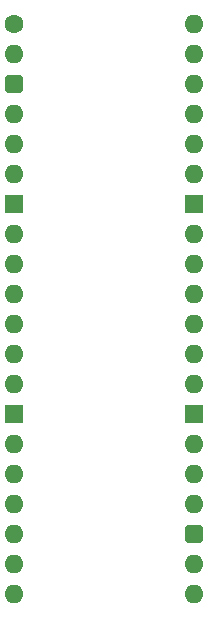
<source format=gbs>
%TF.GenerationSoftware,KiCad,Pcbnew,8.0.7*%
%TF.CreationDate,2025-01-06T19:31:09+02:00*%
%TF.ProjectId,Video Counter 12bit,56696465-6f20-4436-9f75-6e7465722031,rev?*%
%TF.SameCoordinates,Original*%
%TF.FileFunction,Soldermask,Bot*%
%TF.FilePolarity,Negative*%
%FSLAX46Y46*%
G04 Gerber Fmt 4.6, Leading zero omitted, Abs format (unit mm)*
G04 Created by KiCad (PCBNEW 8.0.7) date 2025-01-06 19:31:09*
%MOMM*%
%LPD*%
G01*
G04 APERTURE LIST*
G04 Aperture macros list*
%AMRoundRect*
0 Rectangle with rounded corners*
0 $1 Rounding radius*
0 $2 $3 $4 $5 $6 $7 $8 $9 X,Y pos of 4 corners*
0 Add a 4 corners polygon primitive as box body*
4,1,4,$2,$3,$4,$5,$6,$7,$8,$9,$2,$3,0*
0 Add four circle primitives for the rounded corners*
1,1,$1+$1,$2,$3*
1,1,$1+$1,$4,$5*
1,1,$1+$1,$6,$7*
1,1,$1+$1,$8,$9*
0 Add four rect primitives between the rounded corners*
20,1,$1+$1,$2,$3,$4,$5,0*
20,1,$1+$1,$4,$5,$6,$7,0*
20,1,$1+$1,$6,$7,$8,$9,0*
20,1,$1+$1,$8,$9,$2,$3,0*%
G04 Aperture macros list end*
%ADD10C,1.600000*%
%ADD11O,1.600000X1.600000*%
%ADD12RoundRect,0.400000X-0.400000X-0.400000X0.400000X-0.400000X0.400000X0.400000X-0.400000X0.400000X0*%
%ADD13R,1.600000X1.600000*%
G04 APERTURE END LIST*
D10*
%TO.C,J3*%
X0Y0D03*
D11*
X0Y-2540000D03*
D12*
X0Y-5080000D03*
D11*
X0Y-7620000D03*
X0Y-10160000D03*
X0Y-12700000D03*
D13*
X0Y-15240000D03*
D11*
X0Y-17780000D03*
X0Y-20320000D03*
X0Y-22860000D03*
X0Y-25400000D03*
X0Y-27940000D03*
X0Y-30480000D03*
D13*
X0Y-33020000D03*
D11*
X0Y-35560000D03*
X0Y-38100000D03*
X0Y-40640000D03*
X0Y-43180000D03*
X0Y-45720000D03*
X0Y-48260000D03*
X15240000Y-48260000D03*
X15240000Y-45720000D03*
D12*
X15240000Y-43180000D03*
D11*
X15240000Y-40640000D03*
X15240000Y-38100000D03*
X15240000Y-35560000D03*
D13*
X15240000Y-33020000D03*
D11*
X15240000Y-30480000D03*
X15240000Y-27940000D03*
X15240000Y-25400000D03*
X15240000Y-22860000D03*
X15240000Y-20320000D03*
X15240000Y-17780000D03*
D13*
X15240000Y-15240000D03*
D11*
X15240000Y-12700000D03*
X15240000Y-10160000D03*
X15240000Y-7620000D03*
X15240000Y-5080000D03*
X15240000Y-2540000D03*
X15240000Y0D03*
%TD*%
M02*

</source>
